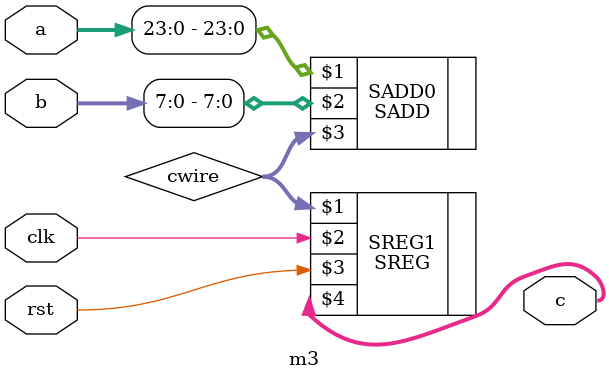
<source format=v>
`timescale 1ns / 1ps 

module m3(clk, rst, a, b, c);

input clk, rst;
input signed [31:0] a;
input [15:0] b;
output signed [7:0] c;
wire signed [7:0] cwire;

SADD #(.DATAWIDTH(8)) SADD0(a[23:0], b[7:0], cwire);
SREG #(.DATAWIDTH(8)) SREG1(cwire, clk, rst, c);

endmodule

</source>
